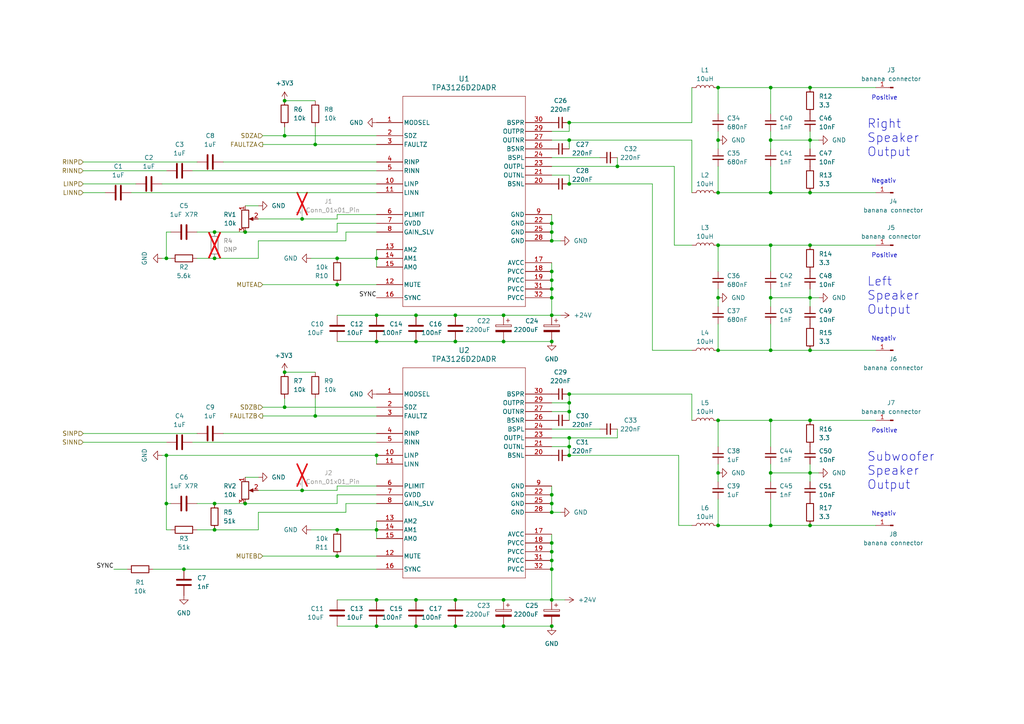
<source format=kicad_sch>
(kicad_sch (version 20231120) (generator "eeschema") (generator_version "8.0")
  (paper "A4")
  (lib_symbols
    (symbol "Endstufe:+24V" (power) (pin_names (offset 0))
      (property "Value" "+24V" (at 0 3.556 0))
      (symbol "+24V_1_1"
        (pin power_in line (at 0 0 90) (length 0) hide (name "+24V") (number "1"))
      )
    )
    (symbol "Endstufe:+3V3" (power) (pin_names (offset 0))
      (property "Value" "+3V3" (at 0 3.556 0))
      (symbol "+3V3_1_1"
        (pin power_in line (at 0 0 90) (length 0) hide (name "+3V3") (number "1"))
      )
    )
    (symbol "Endstufe:C" (pin_numbers hide) (pin_names (offset 0.254))
      (property "Reference" "C" (at 0.635 2.54 0))
      (property "Value" "C" (at 0.635 -2.54 0))
      (symbol "C_1_1"
        (pin passive line (at 0 3.81 270) (length 2.794) (name "~") (number "1"))
        (pin passive line (at 0 -3.81 90) (length 2.794) (name "~") (number "2"))
      )
    )
    (symbol "Endstufe:C_Polarized" (pin_numbers hide) (pin_names (offset 0.254))
      (property "Reference" "C" (at 0.635 2.54 0))
      (property "Value" "C_Polarized" (at 0.635 -2.54 0))
      (symbol "C_Polarized_1_1"
        (pin passive line (at 0 3.81 270) (length 2.794) (name "~") (number "1"))
        (pin passive line (at 0 -3.81 90) (length 2.794) (name "~") (number "2"))
      )
    )
    (symbol "Endstufe:C_Small" (pin_numbers hide) (pin_names (offset 0.254) hide)
      (property "Reference" "C" (at 0.254 1.778 0))
      (property "Value" "C_Small" (at 0.254 -2.032 0))
      (symbol "C_Small_1_1"
        (pin passive line (at 0 2.54 270) (length 2.032) (name "~") (number "1"))
        (pin passive line (at 0 -2.54 90) (length 2.032) (name "~") (number "2"))
      )
    )
    (symbol "Endstufe:Conn_01x01_Pin" (pin_names (offset 1.016) hide)
      (property "Reference" "J" (at 0 2.54 0))
      (property "Value" "Conn_01x01_Pin" (at 0 -2.54 0))
      (symbol "Conn_01x01_Pin_1_1"
        (pin passive line (at 5.08 0 180) (length 3.81) (name "Pin_1") (number "1"))
      )
    )
    (symbol "Endstufe:GND" (power) (pin_names (offset 0))
      (property "Value" "GND" (at 0 -3.81 0))
      (symbol "GND_1_1"
        (pin power_in line (at 0 0 270) (length 0) hide (name "GND") (number "1"))
      )
    )
    (symbol "Endstufe:L" (pin_numbers hide) (pin_names (offset 1.016) hide)
      (property "Reference" "L" (at -1.27 0 90))
      (property "Value" "L" (at 1.905 0 90))
      (symbol "L_1_1"
        (pin passive line (at 0 3.81 270) (length 1.27) (name "1") (number "1"))
        (pin passive line (at 0 -3.81 90) (length 1.27) (name "2") (number "2"))
      )
    )
    (symbol "Endstufe:R" (pin_numbers hide) (pin_names (offset 0))
      (property "Reference" "R" (at 2.032 0 90))
      (property "Value" "R" (at 0 0 90))
      (symbol "R_1_1"
        (pin passive line (at 0 3.81 270) (length 1.27) (name "~") (number "1"))
        (pin passive line (at 0 -3.81 90) (length 1.27) (name "~") (number "2"))
      )
    )
    (symbol "Endstufe:R_Potentiometer" (pin_names (offset 1.016) hide)
      (property "Reference" "RV" (at -4.445 0 90))
      (property "Value" "R_Potentiometer" (at -2.54 0 90))
      (symbol "R_Potentiometer_1_1"
        (pin passive line (at 0 3.81 270) (length 1.27) (name "1") (number "1"))
        (pin passive line (at 3.81 0 180) (length 1.27) (name "2") (number "2"))
        (pin passive line (at 0 -3.81 90) (length 1.27) (name "3") (number "3"))
      )
    )
    (symbol "Endstufe:TPA3116D2DADR" (pin_names (offset 0.254))
      (property "Reference" "U" (at 25.4 12.7 0))
      (property "Value" "TPA3116D2DADR" (at 25.4 10.16 0))
      (symbol "TPA3116D2DADR_1_1"
        (pin input line (at 0 0 0) (length 7.62) (name "MODSEL") (number "1"))
        (pin input line (at 0 -17.78 0) (length 7.62) (name "LINP") (number "10"))
        (pin input line (at 0 -20.32 0) (length 7.62) (name "LINN") (number "11"))
        (pin input line (at 0 -46.99 0) (length 7.62) (name "MUTE") (number "12"))
        (pin input line (at 0 -36.83 0) (length 7.62) (name "AM2") (number "13"))
        (pin input line (at 0 -39.37 0) (length 7.62) (name "AM1") (number "14"))
        (pin input line (at 0 -41.91 0) (length 7.62) (name "AM0") (number "15"))
        (pin bidirectional line (at 0 -50.8 0) (length 7.62) (name "SYNC") (number "16"))
        (pin power_in line (at 50.8 -40.64 180) (length 7.62) (name "AVCC") (number "17"))
        (pin power_in line (at 50.8 -43.18 180) (length 7.62) (name "PVCC") (number "18"))
        (pin power_in line (at 50.8 -45.72 180) (length 7.62) (name "PVCC") (number "19"))
        (pin input line (at 0 -3.81 0) (length 7.62) (name "SDZ") (number "2"))
        (pin unspecified line (at 50.8 -17.78 180) (length 7.62) (name "BSNL") (number "20"))
        (pin tri_state line (at 50.8 -15.24 180) (length 7.62) (name "OUTNL") (number "21"))
        (pin power_in line (at 50.8 -29.21 180) (length 7.62) (name "GND") (number "22"))
        (pin tri_state line (at 50.8 -12.7 180) (length 7.62) (name "OUTPL") (number "23"))
        (pin unspecified line (at 50.8 -10.16 180) (length 7.62) (name "BSPL") (number "24"))
        (pin power_in line (at 50.8 -31.75 180) (length 7.62) (name "GND") (number "25"))
        (pin unspecified line (at 50.8 -7.62 180) (length 7.62) (name "BSNR") (number "26"))
        (pin tri_state line (at 50.8 -5.08 180) (length 7.62) (name "OUTNR") (number "27"))
        (pin power_in line (at 50.8 -34.29 180) (length 7.62) (name "GND") (number "28"))
        (pin tri_state line (at 50.8 -2.54 180) (length 7.62) (name "OUTPR") (number "29"))
        (pin open_collector line (at 0 -6.35 0) (length 7.62) (name "FAULTZ") (number "3"))
        (pin unspecified line (at 50.8 0 180) (length 7.62) (name "BSPR") (number "30"))
        (pin power_in line (at 50.8 -48.26 180) (length 7.62) (name "PVCC") (number "31"))
        (pin power_in line (at 50.8 -50.8 180) (length 7.62) (name "PVCC") (number "32"))
        (pin input line (at 0 -11.43 0) (length 7.62) (name "RINP") (number "4"))
        (pin input line (at 0 -13.97 0) (length 7.62) (name "RINN") (number "5"))
        (pin input line (at 0 -26.67 0) (length 7.62) (name "PLIMIT") (number "6"))
        (pin unspecified line (at 0 -29.21 0) (length 7.62) (name "GVDD") (number "7"))
        (pin input line (at 0 -31.75 0) (length 7.62) (name "GAIN_SLV") (number "8"))
        (pin power_in line (at 50.8 -26.67 180) (length 7.62) (name "GND") (number "9"))
      )
    )
    (symbol "TPA3116D2DADR_1" (pin_names (offset 0.254))
      (property "Reference" "U" (at 25.4 12.7 0))
      (property "Value" "TPA3116D2DADR" (at 25.4 10.16 0))
      (symbol "TPA3116D2DADR_1_1_1"
        (pin input line (at 0 0 0) (length 7.62) (name "MODSEL") (number "1"))
        (pin input line (at 0 -17.78 0) (length 7.62) (name "LINP") (number "10"))
        (pin input line (at 0 -20.32 0) (length 7.62) (name "LINN") (number "11"))
        (pin input line (at 0 -46.99 0) (length 7.62) (name "MUTE") (number "12"))
        (pin input line (at 0 -36.83 0) (length 7.62) (name "AM2") (number "13"))
        (pin input line (at 0 -39.37 0) (length 7.62) (name "AM1") (number "14"))
        (pin input line (at 0 -41.91 0) (length 7.62) (name "AM0") (number "15"))
        (pin bidirectional line (at 0 -50.8 0) (length 7.62) (name "SYNC") (number "16"))
        (pin power_in line (at 50.8 -40.64 180) (length 7.62) (name "AVCC") (number "17"))
        (pin power_in line (at 50.8 -43.18 180) (length 7.62) (name "PVCC") (number "18"))
        (pin power_in line (at 50.8 -45.72 180) (length 7.62) (name "PVCC") (number "19"))
        (pin input line (at 0 -3.81 0) (length 7.62) (name "SDZ") (number "2"))
        (pin unspecified line (at 50.8 -17.78 180) (length 7.62) (name "BSNL") (number "20"))
        (pin tri_state line (at 50.8 -15.24 180) (length 7.62) (name "OUTNL") (number "21"))
        (pin power_in line (at 50.8 -29.21 180) (length 7.62) (name "GND") (number "22"))
        (pin tri_state line (at 50.8 -12.7 180) (length 7.62) (name "OUTPL") (number "23"))
        (pin unspecified line (at 50.8 -10.16 180) (length 7.62) (name "BSPL") (number "24"))
        (pin power_in line (at 50.8 -31.75 180) (length 7.62) (name "GND") (number "25"))
        (pin unspecified line (at 50.8 -7.62 180) (length 7.62) (name "BSNR") (number "26"))
        (pin tri_state line (at 50.8 -5.08 180) (length 7.62) (name "OUTNR") (number "27"))
        (pin power_in line (at 50.8 -34.29 180) (length 7.62) (name "GND") (number "28"))
        (pin tri_state line (at 50.8 -2.54 180) (length 7.62) (name "OUTPR") (number "29"))
        (pin open_collector line (at 0 -6.35 0) (length 7.62) (name "FAULTZ") (number "3"))
        (pin unspecified line (at 50.8 0 180) (length 7.62) (name "BSPR") (number "30"))
        (pin power_in line (at 50.8 -48.26 180) (length 7.62) (name "PVCC") (number "31"))
        (pin power_in line (at 50.8 -50.8 180) (length 7.62) (name "PVCC") (number "32"))
        (pin input line (at 0 -11.43 0) (length 7.62) (name "RINP") (number "4"))
        (pin input line (at 0 -13.97 0) (length 7.62) (name "RINN") (number "5"))
        (pin input line (at 0 -26.67 0) (length 7.62) (name "PLIMIT") (number "6"))
        (pin unspecified line (at 0 -29.21 0) (length 7.62) (name "GVDD") (number "7"))
        (pin input line (at 0 -31.75 0) (length 7.62) (name "GAIN_SLV") (number "8"))
        (pin power_in line (at 50.8 -26.67 180) (length 7.62) (name "GND") (number "9"))
      )
    )
  )
  (junction (at 146.05 181.61))
  (junction (at 223.52 25.4))
  (junction (at 120.65 99.06))
  (junction (at 132.08 99.06))
  (junction (at 62.23 67.31))
  (junction (at 208.28 137.16))
  (junction (at 160.02 146.05))
  (junction (at 208.28 101.6))
  (junction (at 165.1 127))
  (junction (at 62.23 146.05))
  (junction (at 109.22 173.99))
  (junction (at 97.79 161.29))
  (junction (at 109.22 74.93))
  (junction (at 97.79 153.67))
  (junction (at 82.55 29.21))
  (junction (at 62.23 74.93))
  (junction (at 132.08 181.61))
  (junction (at 234.95 25.4))
  (junction (at 109.22 153.67))
  (junction (at 132.08 91.44))
  (junction (at 48.26 74.93))
  (junction (at 71.12 146.05))
  (junction (at 160.02 162.56))
  (junction (at 208.28 40.64))
  (junction (at 234.95 55.88))
  (junction (at 208.28 71.12))
  (junction (at 109.22 91.44))
  (junction (at 109.22 99.06))
  (junction (at 165.1 129.54))
  (junction (at 82.55 107.95))
  (junction (at 48.26 132.08))
  (junction (at 165.1 132.08))
  (junction (at 165.1 119.38))
  (junction (at 160.02 67.31))
  (junction (at 165.1 116.84))
  (junction (at 208.28 86.36))
  (junction (at 208.28 152.4))
  (junction (at 87.63 142.24))
  (junction (at 48.26 146.05))
  (junction (at 179.07 48.26))
  (junction (at 234.95 71.12))
  (junction (at 165.1 35.56))
  (junction (at 160.02 157.48))
  (junction (at 223.52 121.92))
  (junction (at 120.65 173.99))
  (junction (at 120.65 91.44))
  (junction (at 234.95 101.6))
  (junction (at 146.05 173.99))
  (junction (at 82.55 118.11))
  (junction (at 160.02 99.06))
  (junction (at 160.02 81.28))
  (junction (at 71.12 67.31))
  (junction (at 160.02 91.44))
  (junction (at 97.79 82.55))
  (junction (at 208.28 121.92))
  (junction (at 208.28 55.88))
  (junction (at 160.02 69.85))
  (junction (at 234.95 86.36))
  (junction (at 165.1 114.3))
  (junction (at 109.22 181.61))
  (junction (at 160.02 143.51))
  (junction (at 160.02 181.61))
  (junction (at 109.22 132.08))
  (junction (at 160.02 83.82))
  (junction (at 62.23 153.67))
  (junction (at 234.95 152.4))
  (junction (at 165.1 53.34))
  (junction (at 160.02 64.77))
  (junction (at 223.52 137.16))
  (junction (at 146.05 91.44))
  (junction (at 53.34 165.1))
  (junction (at 223.52 152.4))
  (junction (at 223.52 71.12))
  (junction (at 160.02 86.36))
  (junction (at 82.55 39.37))
  (junction (at 97.79 74.93))
  (junction (at 132.08 173.99))
  (junction (at 120.65 181.61))
  (junction (at 223.52 86.36))
  (junction (at 165.1 40.64))
  (junction (at 234.95 137.16))
  (junction (at 146.05 99.06))
  (junction (at 234.95 40.64))
  (junction (at 91.44 120.65))
  (junction (at 234.95 121.92))
  (junction (at 223.52 101.6))
  (junction (at 91.44 41.91))
  (junction (at 87.63 63.5))
  (junction (at 160.02 173.99))
  (junction (at 160.02 160.02))
  (junction (at 160.02 165.1))
  (junction (at 223.52 40.64))
  (junction (at 160.02 78.74))
  (junction (at 160.02 148.59))
  (junction (at 223.52 55.88))
  (junction (at 208.28 25.4))
  (wire (pts (xy 48.26 153.67) (xy 49.53 153.67)))
  (wire (pts (xy 44.45 165.1) (xy 53.34 165.1)))
  (wire (pts (xy 24.13 53.34) (xy 39.37 53.34)))
  (wire (pts (xy 97.79 146.05) (xy 97.79 143.51)))
  (wire (pts (xy 223.52 93.98) (xy 223.52 101.6)))
  (wire (pts (xy 82.55 107.95) (xy 91.44 107.95)))
  (wire (pts (xy 132.08 99.06) (xy 146.05 99.06)))
  (wire (pts (xy 120.65 91.44) (xy 132.08 91.44)))
  (wire (pts (xy 97.79 173.99) (xy 109.22 173.99)))
  (wire (pts (xy 132.08 181.61) (xy 120.65 181.61)))
  (wire (pts (xy 160.02 86.36) (xy 160.02 91.44)))
  (wire (pts (xy 196.85 152.4) (xy 200.66 152.4)))
  (wire (pts (xy 97.79 82.55) (xy 109.22 82.55)))
  (wire (pts (xy 208.28 137.16) (xy 208.28 139.7)))
  (wire (pts (xy 165.1 50.8) (xy 165.1 53.34)))
  (wire (pts (xy 160.02 165.1) (xy 160.02 173.99)))
  (wire (pts (xy 100.33 67.31) (xy 100.33 69.85)))
  (wire (pts (xy 208.28 71.12) (xy 223.52 71.12)))
  (wire (pts (xy 223.52 134.62) (xy 223.52 137.16)))
  (wire (pts (xy 165.1 119.38) (xy 165.1 121.92)))
  (wire (pts (xy 132.08 91.44) (xy 146.05 91.44)))
  (wire (pts (xy 33.02 165.1) (xy 36.83 165.1)))
  (wire (pts (xy 91.44 120.65) (xy 109.22 120.65)))
  (wire (pts (xy 24.13 128.27) (xy 48.26 128.27)))
  (wire (pts (xy 109.22 146.05) (xy 100.33 146.05)))
  (wire (pts (xy 82.55 39.37) (xy 109.22 39.37)))
  (wire (pts (xy 160.02 81.28) (xy 160.02 83.82)))
  (wire (pts (xy 97.79 153.67) (xy 109.22 153.67)))
  (wire (pts (xy 208.28 101.6) (xy 208.28 93.98)))
  (wire (pts (xy 71.12 67.31) (xy 97.79 67.31)))
  (wire (pts (xy 165.1 38.1) (xy 165.1 35.56)))
  (wire (pts (xy 57.15 146.05) (xy 62.23 146.05)))
  (wire (pts (xy 160.02 124.46) (xy 173.99 124.46)))
  (wire (pts (xy 160.02 143.51) (xy 160.02 146.05)))
  (wire (pts (xy 179.07 124.46) (xy 179.07 127)))
  (wire (pts (xy 208.28 38.1) (xy 208.28 40.64)))
  (wire (pts (xy 223.52 101.6) (xy 234.95 101.6)))
  (wire (pts (xy 57.15 67.31) (xy 62.23 67.31)))
  (wire (pts (xy 48.26 67.31) (xy 49.53 67.31)))
  (wire (pts (xy 74.93 59.69) (xy 71.12 59.69)))
  (wire (pts (xy 234.95 137.16) (xy 234.95 139.7)))
  (wire (pts (xy 76.2 120.65) (xy 91.44 120.65)))
  (wire (pts (xy 223.52 25.4) (xy 223.52 33.02)))
  (wire (pts (xy 196.85 132.08) (xy 196.85 152.4)))
  (wire (pts (xy 208.28 86.36) (xy 208.28 88.9)))
  (wire (pts (xy 223.52 121.92) (xy 234.95 121.92)))
  (wire (pts (xy 200.66 114.3) (xy 165.1 114.3)))
  (wire (pts (xy 223.52 40.64) (xy 223.52 43.18)))
  (wire (pts (xy 100.33 148.59) (xy 74.93 148.59)))
  (wire (pts (xy 165.1 116.84) (xy 165.1 114.3)))
  (wire (pts (xy 223.52 71.12) (xy 234.95 71.12)))
  (wire (pts (xy 223.52 86.36) (xy 223.52 88.9)))
  (wire (pts (xy 208.28 83.82) (xy 208.28 86.36)))
  (wire (pts (xy 109.22 67.31) (xy 100.33 67.31)))
  (wire (pts (xy 223.52 86.36) (xy 234.95 86.36)))
  (wire (pts (xy 208.28 152.4) (xy 223.52 152.4)))
  (wire (pts (xy 160.02 162.56) (xy 160.02 165.1)))
  (wire (pts (xy 234.95 86.36) (xy 237.49 86.36)))
  (wire (pts (xy 97.79 67.31) (xy 97.79 64.77)))
  (wire (pts (xy 163.83 173.99) (xy 160.02 173.99)))
  (wire (pts (xy 195.58 48.26) (xy 195.58 71.12)))
  (wire (pts (xy 109.22 99.06) (xy 97.79 99.06)))
  (wire (pts (xy 160.02 76.2) (xy 160.02 78.74)))
  (wire (pts (xy 160.02 83.82) (xy 160.02 86.36)))
  (wire (pts (xy 223.52 55.88) (xy 234.95 55.88)))
  (wire (pts (xy 82.55 29.21) (xy 91.44 29.21)))
  (wire (pts (xy 109.22 91.44) (xy 120.65 91.44)))
  (wire (pts (xy 160.02 45.72) (xy 173.99 45.72)))
  (wire (pts (xy 160.02 64.77) (xy 160.02 67.31)))
  (wire (pts (xy 76.2 39.37) (xy 82.55 39.37)))
  (wire (pts (xy 160.02 181.61) (xy 146.05 181.61)))
  (wire (pts (xy 53.34 165.1) (xy 109.22 165.1)))
  (wire (pts (xy 120.65 99.06) (xy 132.08 99.06)))
  (wire (pts (xy 162.56 91.44) (xy 160.02 91.44)))
  (wire (pts (xy 97.79 161.29) (xy 109.22 161.29)))
  (wire (pts (xy 208.28 55.88) (xy 208.28 48.26)))
  (wire (pts (xy 74.93 69.85) (xy 74.93 74.93)))
  (wire (pts (xy 200.66 25.4) (xy 200.66 35.56)))
  (wire (pts (xy 234.95 86.36) (xy 234.95 88.9)))
  (wire (pts (xy 24.13 125.73) (xy 57.15 125.73)))
  (wire (pts (xy 234.95 137.16) (xy 237.49 137.16)))
  (wire (pts (xy 160.02 157.48) (xy 160.02 160.02)))
  (wire (pts (xy 91.44 36.83) (xy 91.44 41.91)))
  (wire (pts (xy 234.95 71.12) (xy 254 71.12)))
  (wire (pts (xy 162.56 148.59) (xy 160.02 148.59)))
  (wire (pts (xy 200.66 114.3) (xy 200.66 121.92)))
  (wire (pts (xy 87.63 142.24) (xy 97.79 142.24)))
  (wire (pts (xy 132.08 173.99) (xy 120.65 173.99)))
  (wire (pts (xy 160.02 78.74) (xy 160.02 81.28)))
  (wire (pts (xy 76.2 41.91) (xy 91.44 41.91)))
  (wire (pts (xy 165.1 40.64) (xy 200.66 40.64)))
  (wire (pts (xy 48.26 67.31) (xy 48.26 74.93)))
  (wire (pts (xy 162.56 69.85) (xy 160.02 69.85)))
  (wire (pts (xy 48.26 74.93) (xy 49.53 74.93)))
  (wire (pts (xy 165.1 127) (xy 179.07 127)))
  (wire (pts (xy 195.58 71.12) (xy 200.66 71.12)))
  (wire (pts (xy 208.28 121.92) (xy 208.28 129.54)))
  (wire (pts (xy 223.52 152.4) (xy 234.95 152.4)))
  (wire (pts (xy 132.08 173.99) (xy 146.05 173.99)))
  (wire (pts (xy 179.07 48.26) (xy 195.58 48.26)))
  (wire (pts (xy 97.79 74.93) (xy 90.17 74.93)))
  (wire (pts (xy 234.95 83.82) (xy 234.95 86.36)))
  (wire (pts (xy 62.23 74.93) (xy 74.93 74.93)))
  (wire (pts (xy 208.28 121.92) (xy 223.52 121.92)))
  (wire (pts (xy 74.93 63.5) (xy 87.63 63.5)))
  (wire (pts (xy 62.23 67.31) (xy 71.12 67.31)))
  (wire (pts (xy 160.02 173.99) (xy 146.05 173.99)))
  (wire (pts (xy 97.79 153.67) (xy 90.17 153.67)))
  (wire (pts (xy 87.63 63.5) (xy 97.79 63.5)))
  (wire (pts (xy 160.02 99.06) (xy 146.05 99.06)))
  (wire (pts (xy 160.02 38.1) (xy 165.1 38.1)))
  (wire (pts (xy 208.28 134.62) (xy 208.28 137.16)))
  (wire (pts (xy 97.79 143.51) (xy 109.22 143.51)))
  (wire (pts (xy 48.26 146.05) (xy 48.26 153.67)))
  (wire (pts (xy 97.79 142.24) (xy 97.79 140.97)))
  (wire (pts (xy 109.22 72.39) (xy 109.22 74.93)))
  (wire (pts (xy 74.93 138.43) (xy 71.12 138.43)))
  (wire (pts (xy 160.02 48.26) (xy 179.07 48.26)))
  (wire (pts (xy 82.55 118.11) (xy 109.22 118.11)))
  (wire (pts (xy 109.22 132.08) (xy 109.22 134.62)))
  (wire (pts (xy 74.93 148.59) (xy 74.93 153.67)))
  (wire (pts (xy 76.2 161.29) (xy 97.79 161.29)))
  (wire (pts (xy 91.44 41.91) (xy 109.22 41.91)))
  (wire (pts (xy 223.52 121.92) (xy 223.52 129.54)))
  (wire (pts (xy 64.77 125.73) (xy 109.22 125.73)))
  (wire (pts (xy 234.95 38.1) (xy 234.95 40.64)))
  (wire (pts (xy 55.88 128.27) (xy 109.22 128.27)))
  (wire (pts (xy 189.23 101.6) (xy 200.66 101.6)))
  (wire (pts (xy 48.26 132.08) (xy 109.22 132.08)))
  (wire (pts (xy 208.28 25.4) (xy 208.28 33.02)))
  (wire (pts (xy 200.66 35.56) (xy 165.1 35.56)))
  (wire (pts (xy 38.1 55.88) (xy 109.22 55.88)))
  (wire (pts (xy 24.13 49.53) (xy 48.26 49.53)))
  (wire (pts (xy 57.15 153.67) (xy 62.23 153.67)))
  (wire (pts (xy 76.2 118.11) (xy 82.55 118.11)))
  (wire (pts (xy 91.44 115.57) (xy 91.44 120.65)))
  (wire (pts (xy 165.1 127) (xy 165.1 129.54)))
  (wire (pts (xy 165.1 129.54) (xy 160.02 129.54)))
  (wire (pts (xy 165.1 129.54) (xy 165.1 132.08)))
  (wire (pts (xy 189.23 53.34) (xy 189.23 101.6)))
  (wire (pts (xy 97.79 63.5) (xy 97.79 62.23)))
  (wire (pts (xy 165.1 127) (xy 160.02 127)))
  (wire (pts (xy 62.23 153.67) (xy 74.93 153.67)))
  (wire (pts (xy 120.65 181.61) (xy 109.22 181.61)))
  (wire (pts (xy 234.95 40.64) (xy 237.49 40.64)))
  (wire (pts (xy 109.22 74.93) (xy 109.22 77.47)))
  (wire (pts (xy 208.28 152.4) (xy 208.28 144.78)))
  (wire (pts (xy 234.95 55.88) (xy 254 55.88)))
  (wire (pts (xy 223.52 38.1) (xy 223.52 40.64)))
  (wire (pts (xy 165.1 132.08) (xy 196.85 132.08)))
  (wire (pts (xy 160.02 146.05) (xy 160.02 148.59)))
  (wire (pts (xy 71.12 146.05) (xy 97.79 146.05)))
  (wire (pts (xy 109.22 153.67) (xy 109.22 156.21)))
  (wire (pts (xy 74.93 142.24) (xy 87.63 142.24)))
  (wire (pts (xy 46.99 74.93) (xy 48.26 74.93)))
  (wire (pts (xy 234.95 101.6) (xy 254 101.6)))
  (wire (pts (xy 234.95 121.92) (xy 254 121.92)))
  (wire (pts (xy 160.02 62.23) (xy 160.02 64.77)))
  (wire (pts (xy 46.99 132.08) (xy 48.26 132.08)))
  (wire (pts (xy 132.08 181.61) (xy 146.05 181.61)))
  (wire (pts (xy 48.26 132.08) (xy 48.26 146.05)))
  (wire (pts (xy 82.55 36.83) (xy 82.55 39.37)))
  (wire (pts (xy 24.13 46.99) (xy 57.15 46.99)))
  (wire (pts (xy 160.02 154.94) (xy 160.02 157.48)))
  (wire (pts (xy 160.02 140.97) (xy 160.02 143.51)))
  (wire (pts (xy 76.2 82.55) (xy 97.79 82.55)))
  (wire (pts (xy 160.02 50.8) (xy 165.1 50.8)))
  (wire (pts (xy 208.28 71.12) (xy 208.28 78.74)))
  (wire (pts (xy 109.22 151.13) (xy 109.22 153.67)))
  (wire (pts (xy 234.95 152.4) (xy 254 152.4)))
  (wire (pts (xy 97.79 140.97) (xy 109.22 140.97)))
  (wire (pts (xy 160.02 119.38) (xy 165.1 119.38)))
  (wire (pts (xy 160.02 116.84) (xy 165.1 116.84)))
  (wire (pts (xy 160.02 91.44) (xy 146.05 91.44)))
  (wire (pts (xy 223.52 137.16) (xy 234.95 137.16)))
  (wire (pts (xy 223.52 48.26) (xy 223.52 55.88)))
  (wire (pts (xy 165.1 40.64) (xy 165.1 43.18)))
  (wire (pts (xy 64.77 46.99) (xy 109.22 46.99)))
  (wire (pts (xy 97.79 74.93) (xy 109.22 74.93)))
  (wire (pts (xy 165.1 53.34) (xy 189.23 53.34)))
  (wire (pts (xy 100.33 69.85) (xy 74.93 69.85)))
  (wire (pts (xy 82.55 115.57) (xy 82.55 118.11)))
  (wire (pts (xy 97.79 62.23) (xy 109.22 62.23)))
  (wire (pts (xy 24.13 55.88) (xy 30.48 55.88)))
  (wire (pts (xy 165.1 116.84) (xy 165.1 119.38)))
  (wire (pts (xy 55.88 49.53) (xy 109.22 49.53)))
  (wire (pts (xy 223.52 25.4) (xy 234.95 25.4)))
  (wire (pts (xy 208.28 40.64) (xy 208.28 43.18)))
  (wire (pts (xy 62.23 146.05) (xy 71.12 146.05)))
  (wire (pts (xy 234.95 40.64) (xy 234.95 43.18)))
  (wire (pts (xy 234.95 25.4) (xy 254 25.4)))
  (wire (pts (xy 223.52 40.64) (xy 234.95 40.64)))
  (wire (pts (xy 48.26 146.05) (xy 49.53 146.05)))
  (wire (pts (xy 109.22 91.44) (xy 97.79 91.44)))
  (wire (pts (xy 100.33 146.05) (xy 100.33 148.59)))
  (wire (pts (xy 234.95 134.62) (xy 234.95 137.16)))
  (wire (pts (xy 223.52 71.12) (xy 223.52 78.74)))
  (wire (pts (xy 120.65 173.99) (xy 109.22 173.99)))
  (wire (pts (xy 57.15 74.93) (xy 62.23 74.93)))
  (wire (pts (xy 223.52 137.16) (xy 223.52 139.7)))
  (wire (pts (xy 97.79 181.61) (xy 109.22 181.61)))
  (wire (pts (xy 160.02 67.31) (xy 160.02 69.85)))
  (wire (pts (xy 223.52 144.78) (xy 223.52 152.4)))
  (wire (pts (xy 179.07 45.72) (xy 179.07 48.26)))
  (wire (pts (xy 208.28 101.6) (xy 223.52 101.6)))
  (wire (pts (xy 46.99 53.34) (xy 109.22 53.34)))
  (wire (pts (xy 208.28 25.4) (xy 223.52 25.4)))
  (wire (pts (xy 208.28 55.88) (xy 223.52 55.88)))
  (wire (pts (xy 109.22 99.06) (xy 120.65 99.06)))
  (wire (pts (xy 200.66 40.64) (xy 200.66 55.88)))
  (wire (pts (xy 160.02 160.02) (xy 160.02 162.56)))
  (wire (pts (xy 223.52 83.82) (xy 223.52 86.36)))
  (wire (pts (xy 97.79 64.77) (xy 109.22 64.77)))
  (wire (pts (xy 160.02 40.64) (xy 165.1 40.64)))
  (text "Positive" (at 252.73 29.21 0) (effects (font (size 1.27 1.27)) (justify left bottom)))
  (text "Negativ" (at 252.73 149.86 0) (effects (font (size 1.27 1.27)) (justify left bottom)))
  (text "Negativ" (at 252.73 99.06 0) (effects (font (size 1.27 1.27)) (justify left bottom)))
  (text "Subwoofer \nSpeaker \nOutput" (at 251.46 142.24 0) (effects (font (size 2.54 2.54)) (justify left bottom)))
  (text "Positive" (at 252.73 74.93 0) (effects (font (size 1.27 1.27)) (justify left bottom)))
  (text "Right \nSpeaker \nOutput" (at 251.46 45.72 0) (effects (font (size 2.54 2.54)) (justify left bottom)))
  (text "Left \nSpeaker \nOutput" (at 251.46 91.44 0) (effects (font (size 2.54 2.54)) (justify left bottom)))
  (text "Negativ" (at 252.73 53.34 0) (effects (font (size 1.27 1.27)) (justify left bottom)))
  (text "Positive" (at 252.73 125.73 0) (effects (font (size 1.27 1.27)) (justify left bottom)))
  (label "SYNC" (at 33.02 165.1 180))
  (label "SYNC" (at 109.22 86.36 180))
  (hierarchical_label "LINN" (shape input) (at 24.13 55.88 180))
  (hierarchical_label "SINN" (shape input) (at 24.13 128.27 180))
  (hierarchical_label "SINP" (shape input) (at 24.13 125.73 180))
  (hierarchical_label "RINP" (shape input) (at 24.13 46.99 180))
  (hierarchical_label "FAULTZA" (shape output) (at 76.2 41.91 180))
  (hierarchical_label "MUTEA" (shape input) (at 76.2 82.55 180))
  (hierarchical_label "RINN" (shape input) (at 24.13 49.53 180))
  (hierarchical_label "MUTEB" (shape input) (at 76.2 161.29 180))
  (hierarchical_label "SDZA" (shape input) (at 76.2 39.37 180))
  (hierarchical_label "FAULTZB" (shape output) (at 76.2 120.65 180))
  (hierarchical_label "SDZB" (shape input) (at 76.2 118.11 180))
  (hierarchical_label "LINP" (shape input) (at 24.13 53.34 180))
  (symbol (lib_id "Endstufe:R") (at 62.23 149.86 0) (unit 1)
    (property "Reference" "R5" (at 64.77 148.59 0) (effects (justify left)))
    (property "Value" "51k" (at 64.77 151.13 0) (effects (justify left)))
    (property "Footprint" "Endstufe:R_0402_1005Metric" (effects (hide yes)))
    (property "LCSC Part #" "C25794" (effects (hide yes)))
  )
  (symbol (lib_id "Endstufe:C") (at 60.96 125.73 90) (unit 1)
    (property "Reference" "C9" (at 60.96 118.11 90))
    (property "Value" "1uF" (at 60.96 120.65 90))
    (property "Footprint" "Endstufe:C_0805_2012Metric" (effects (hide yes)))
    (property "LCSC Part #" "C28323" (effects (hide yes)))
  )
  (symbol (lib_id "Endstufe:C_Small") (at 208.28 132.08 0) (unit 1)
    (property "Reference" "C38" (at 210.82 130.8163 0) (effects (justify left)))
    (property "Value" "1uF" (at 210.82 133.3563 0) (effects (justify left)))
    (property "Footprint" "Endstufe:C_0805_2012Metric" (effects (hide yes)))
    (property "LCSC Part #" "C28323" (effects (hide yes)))
  )
  (symbol (lib_id "Endstufe:C") (at 132.08 177.8 0) (mirror y) (unit 1)
    (property "Reference" "C17" (at 128.27 176.53 0) (effects (justify left)))
    (property "Value" "100nF" (at 128.27 179.07 0) (effects (justify left)))
    (property "Footprint" "Endstufe:C_0402_1005Metric" (effects (hide yes)))
    (property "LCSC Part #" "C307331" (effects (hide yes)))
  )
  (symbol (lib_id "Endstufe:Conn_01x01_Pin") (at 259.08 101.6 180) (unit 1)
    (property "Reference" "J6" (at 259.08 104.14 0))
    (property "Value" "banana connector" (at 259.08 106.68 0))
    (property "Footprint" "Endstufe:CONN_973582100_HRS" (effects (hide yes)))
    (property "LCSC Part #" "-" (effects (hide yes)))
  )
  (symbol (lib_id "Endstufe:C_Small") (at 234.95 132.08 0) (unit 1)
    (property "Reference" "C50" (at 237.49 130.8163 0) (effects (justify left)))
    (property "Value" "10nF" (at 237.49 133.3563 0) (effects (justify left)))
    (property "Footprint" "Endstufe:C_1206_3216Metric" (effects (hide yes)))
    (property "LCSC Part #" "C9194" (effects (hide yes)))
  )
  (symbol (lib_id "Endstufe:Conn_01x01_Pin") (at 87.63 137.16 270) (unit 1) (dnp yes)
    (property "Reference" "J2" (at 95.25 137.16 90))
    (property "Value" "Conn_01x01_Pin" (at 96.52 139.7 90))
    (property "Footprint" "Endstufe:PinHeader_1x01_P2.54mm_Vertical" (effects (hide yes)))
    (property "LCSC Part #" "-" (effects (hide yes)))
  )
  (symbol (lib_id "Endstufe:GND") (at 90.17 153.67 270) (unit 1)
    (property "Reference" "#PWR09" (effects (hide yes)))
    (property "Value" "GND" (at 86.36 153.67 90) (effects (justify right)))
  )
  (symbol (lib_id "Endstufe:R") (at 97.79 78.74 0) (unit 1)
    (property "Reference" "R10" (at 95.25 80.01 0) (effects (justify right)))
    (property "Value" "10k" (at 95.25 77.47 0) (effects (justify right)))
    (property "Footprint" "Endstufe:C_0402_1005Metric" (effects (hide yes)))
    (property "LCSC Part #" "C25744" (effects (hide yes)))
  )
  (symbol (lib_id "Endstufe:C_Small") (at 223.52 35.56 0) (unit 1)
    (property "Reference" "C40" (at 226.06 34.2963 0) (effects (justify left)))
    (property "Value" "1nF" (at 226.06 36.8363 0) (effects (justify left)))
    (property "Footprint" "Endstufe:C_1206_3216Metric" (effects (hide yes)))
    (property "LCSC Part #" "C5137603" (effects (hide yes)))
  )
  (symbol (lib_id "Endstufe:C_Polarized") (at 160.02 95.25 0) (mirror y) (unit 1)
    (property "Reference" "C24" (at 156.21 93.091 0) (effects (justify left)))
    (property "Value" "2200uF" (at 156.21 95.631 0) (effects (justify left)))
    (property "Footprint" "Endstufe:CP_Radial_D18.0mm_P7.50mm" (effects (hide yes)))
    (property "LCSC Part #" "C443034" (effects (hide yes)))
  )
  (symbol (lib_id "Endstufe:Conn_01x01_Pin") (at 87.63 58.42 270) (unit 1) (dnp yes)
    (property "Reference" "J1" (at 95.25 58.42 90))
    (property "Value" "Conn_01x01_Pin" (at 96.52 60.96 90))
    (property "Footprint" "Endstufe:PinHeader_1x01_P2.54mm_Vertical" (effects (hide yes)))
    (property "LCSC Part #" "-" (effects (hide yes)))
  )
  (symbol (lib_id "Endstufe:R") (at 82.55 111.76 180) (unit 1)
    (property "Reference" "R7" (at 85.09 110.49 0) (effects (justify right)))
    (property "Value" "10k" (at 85.09 113.03 0) (effects (justify right)))
    (property "Footprint" "Endstufe:C_0402_1005Metric" (effects (hide yes)))
    (property "LCSC Part #" "C25744" (effects (hide yes)))
  )
  (symbol (lib_id "Endstufe:R") (at 234.95 74.93 0) (unit 1)
    (property "Reference" "R14" (at 237.49 73.66 0) (effects (justify left)))
    (property "Value" "3.3" (at 237.49 76.2 0) (effects (justify left)))
    (property "Footprint" "Endstufe:R_1206_3216Metric" (effects (hide yes)))
    (property "LCSC Part #" "C2930397" (effects (hide yes)))
  )
  (symbol (lib_id "Endstufe:R_Potentiometer") (at 71.12 63.5 0) (unit 1)
    (property "Reference" "RV1" (at 68.58 62.23 0) (effects (justify right)))
    (property "Value" "10k" (at 68.58 64.77 0) (effects (justify right)))
    (property "Footprint" "Endstufe:Potentiometer_Bourns_3314G_Vertical" (effects (hide yes)))
    (property "LCSC Part #" "C780220" (effects (hide yes)))
  )
  (symbol (lib_id "Endstufe:C_Small") (at 234.95 35.56 0) (unit 1)
    (property "Reference" "C46" (at 237.49 34.2963 0) (effects (justify left)))
    (property "Value" "10nF" (at 237.49 36.8363 0) (effects (justify left)))
    (property "Footprint" "Endstufe:C_1206_3216Metric" (effects (hide yes)))
    (property "LCSC Part #" "C9194" (effects (hide yes)))
  )
  (symbol (lib_id "Endstufe:GND") (at 90.17 74.93 270) (unit 1)
    (property "Reference" "#PWR08" (effects (hide yes)))
    (property "Value" "GND" (at 86.36 74.93 90) (effects (justify right)))
  )
  (symbol (lib_id "Endstufe:C_Small") (at 176.53 45.72 90) (unit 1)
    (property "Reference" "C32" (at 182.88 43.18 90))
    (property "Value" "220nF" (at 182.88 45.72 90))
    (property "Footprint" "Endstufe:C_0805_2012Metric" (effects (hide yes)))
    (property "LCSC Part #" "C5378" (effects (hide yes)))
  )
  (symbol (lib_id "Endstufe:R") (at 234.95 52.07 0) (unit 1)
    (property "Reference" "R13" (at 237.49 50.8 0) (effects (justify left)))
    (property "Value" "3.3" (at 237.49 53.34 0) (effects (justify left)))
    (property "Footprint" "Endstufe:R_1206_3216Metric" (effects (hide yes)))
    (property "LCSC Part #" "C2930397" (effects (hide yes)))
  )
  (symbol (lib_id "Endstufe:C_Small") (at 223.52 142.24 0) (unit 1)
    (property "Reference" "C45" (at 226.06 140.9763 0) (effects (justify left)))
    (property "Value" "1nF" (at 226.06 143.5163 0) (effects (justify left)))
    (property "Footprint" "Endstufe:C_1206_3216Metric" (effects (hide yes)))
    (property "LCSC Part #" "C5137603" (effects (hide yes)))
  )
  (symbol (lib_id "Endstufe:C") (at 53.34 168.91 0) (unit 1)
    (property "Reference" "C7" (at 57.15 167.64 0) (effects (justify left)))
    (property "Value" "1nF" (at 57.15 170.18 0) (effects (justify left)))
    (property "Footprint" "Endstufe:C_1206_3216Metric" (effects (hide yes)))
    (property "LCSC Part #" "C5137603" (effects (hide yes)))
  )
  (symbol (lib_id "Endstufe:L") (at 204.47 25.4 90) (unit 1)
    (property "Reference" "L1" (at 204.47 20.32 90))
    (property "Value" "10uH" (at 204.47 22.86 90))
    (property "Footprint" "Endstufe:IND-SMD_L8.5-W8.0_PCC-M0854M" (effects (hide yes)))
    (property "LCSC Part #" "C2962885" (effects (hide yes)))
  )
  (symbol (lib_id "Endstufe:C") (at 120.65 95.25 0) (mirror y) (unit 1)
    (property "Reference" "C14" (at 116.84 93.98 0) (effects (justify left)))
    (property "Value" "100nF" (at 116.84 96.52 0) (effects (justify left)))
    (property "Footprint" "Endstufe:C_0402_1005Metric" (effects (hide yes)))
    (property "LCSC Part #" "C307331" (effects (hide yes)))
  )
  (symbol (lib_id "Endstufe:C_Small") (at 176.53 124.46 90) (unit 1)
    (property "Reference" "C33" (at 182.88 121.92 90))
    (property "Value" "220nF" (at 182.88 124.46 90))
    (property "Footprint" "Endstufe:C_0805_2012Metric" (effects (hide yes)))
    (property "LCSC Part #" "C5378" (effects (hide yes)))
  )
  (symbol (lib_id "Endstufe:C_Small") (at 223.52 132.08 0) (unit 1)
    (property "Reference" "C44" (at 226.06 130.8163 0) (effects (justify left)))
    (property "Value" "1nF" (at 226.06 133.3563 0) (effects (justify left)))
    (property "Footprint" "Endstufe:C_1206_3216Metric" (effects (hide yes)))
    (property "LCSC Part #" "C5137603" (effects (hide yes)))
  )
  (symbol (lib_id "Endstufe:GND") (at 109.22 114.3 270) (unit 1)
    (property "Reference" "#PWR011" (effects (hide yes)))
    (property "Value" "GND" (at 105.41 114.2999 90) (effects (justify right)))
  )
  (symbol (lib_id "Endstufe:R") (at 234.95 29.21 0) (unit 1)
    (property "Reference" "R12" (at 237.49 27.94 0) (effects (justify left)))
    (property "Value" "3.3" (at 237.49 30.48 0) (effects (justify left)))
    (property "Footprint" "Endstufe:R_1206_3216Metric" (effects (hide yes)))
    (property "LCSC Part #" "C2930397" (effects (hide yes)))
  )
  (symbol (lib_id "Endstufe:L") (at 204.47 121.92 90) (unit 1)
    (property "Reference" "L5" (at 204.47 116.84 90))
    (property "Value" "10uH" (at 204.47 119.38 90))
    (property "Footprint" "Endstufe:IND-SMD_L8.5-W8.0_PCC-M0854M" (effects (hide yes)))
    (property "LCSC Part #" "C2962885" (effects (hide yes)))
  )
  (symbol (lib_id "Endstufe:GND") (at 208.28 40.64 90) (unit 1)
    (property "Reference" "#PWR018" (effects (hide yes)))
    (property "Value" "GND" (at 212.09 40.64 90) (effects (justify right)))
  )
  (symbol (lib_id "Endstufe:C_Small") (at 162.56 121.92 90) (unit 1)
    (property "Reference" "C30" (at 168.91 120.65 90))
    (property "Value" "220nF" (at 168.91 123.19 90))
    (property "Footprint" "Endstufe:C_0805_2012Metric" (effects (hide yes)))
    (property "LCSC Part #" "C5378" (effects (hide yes)))
  )
  (symbol (lib_id "Endstufe:C_Small") (at 208.28 91.44 0) (unit 1)
    (property "Reference" "C37" (at 210.82 90.1763 0) (effects (justify left)))
    (property "Value" "680nF" (at 210.82 92.7163 0) (effects (justify left)))
    (property "Footprint" "Endstufe:C_1206_3216Metric" (effects (hide yes)))
    (property "LCSC Part #" "C2835168" (effects (hide yes)))
  )
  (symbol (lib_id "Endstufe:+24V") (at 162.56 91.44 270) (unit 1)
    (property "Reference" "#PWR015" (effects (hide yes)))
    (property "Value" "+24V" (at 166.37 91.44 90) (effects (justify left)))
  )
  (symbol (lib_id "Endstufe:R") (at 40.64 165.1 90) (unit 1)
    (property "Reference" "R1" (at 40.64 168.91 90))
    (property "Value" "10k" (at 40.64 171.45 90))
    (property "Footprint" "Endstufe:C_0402_1005Metric" (effects (hide yes)))
    (property "LCSC Part #" "C25744" (effects (hide yes)))
  )
  (symbol (lib_id "Endstufe:L") (at 204.47 71.12 90) (unit 1)
    (property "Reference" "L3" (at 204.47 66.04 90))
    (property "Value" "10uH" (at 204.47 68.58 90))
    (property "Footprint" "Endstufe:IND-SMD_L8.5-W8.0_PCC-M0854M" (effects (hide yes)))
    (property "LCSC Part #" "C2962885" (effects (hide yes)))
  )
  (symbol (lib_id "Endstufe:R") (at 62.23 71.12 0) (unit 1) (dnp yes)
    (property "Reference" "R4" (at 64.77 69.85 0) (effects (justify left)))
    (property "Value" "DNP" (at 64.77 72.39 0) (effects (justify left)))
    (property "Footprint" "Endstufe:R_0805_2012Metric" (effects (hide yes)))
    (property "LCSC Part #" "-" (effects (hide yes)))
  )
  (symbol (lib_id "Endstufe:C") (at 34.29 55.88 90) (unit 1)
    (property "Reference" "C1" (at 34.29 48.26 90))
    (property "Value" "1uF" (at 34.29 50.8 90))
    (property "Footprint" "Endstufe:C_0805_2012Metric" (effects (hide yes)))
    (property "LCSC Part #" "C28323" (effects (hide yes)))
  )
  (symbol (lib_id "Endstufe:Conn_01x01_Pin") (at 259.08 121.92 180) (unit 1)
    (property "Reference" "J7" (at 258.445 116.84 0))
    (property "Value" "banana connector" (at 258.445 119.38 0))
    (property "Footprint" "Endstufe:CONN_973582100_HRS" (effects (hide yes)))
    (property "LCSC Part #" "-" (effects (hide yes)))
  )
  (symbol (lib_id "Endstufe:L") (at 204.47 152.4 90) (unit 1)
    (property "Reference" "L6" (at 204.47 147.32 90))
    (property "Value" "10uH" (at 204.47 149.86 90))
    (property "Footprint" "Endstufe:IND-SMD_L8.5-W8.0_PCC-M0854M" (effects (hide yes)))
    (property "LCSC Part #" "C2962885" (effects (hide yes)))
  )
  (symbol (lib_id "Endstufe:C") (at 97.79 95.25 0) (mirror y) (unit 1)
    (property "Reference" "C10" (at 93.98 93.98 0) (effects (justify left)))
    (property "Value" "10uF" (at 93.98 96.52 0) (effects (justify left)))
    (property "Footprint" "Endstufe:C_1206_3216Metric" (effects (hide yes)))
    (property "LCSC Part #" "C89632" (effects (hide yes)))
  )
  (symbol (lib_id "Endstufe:C_Small") (at 162.56 35.56 90) (unit 1)
    (property "Reference" "C26" (at 162.5663 29.21 90))
    (property "Value" "220nF" (at 162.5663 31.75 90))
    (property "Footprint" "Endstufe:C_0805_2012Metric" (effects (hide yes)))
    (property "LCSC Part #" "C5378" (effects (hide yes)))
  )
  (symbol (lib_id "Endstufe:Conn_01x01_Pin") (at 259.08 71.12 180) (unit 1)
    (property "Reference" "J5" (at 258.445 66.04 0))
    (property "Value" "banana connector" (at 258.445 68.58 0))
    (property "Footprint" "Endstufe:CONN_973582100_HRS" (effects (hide yes)))
    (property "LCSC Part #" "-" (effects (hide yes)))
  )
  (symbol (lib_id "Endstufe:Conn_01x01_Pin") (at 259.08 152.4 180) (unit 1)
    (property "Reference" "J8" (at 259.08 154.94 0))
    (property "Value" "banana connector" (at 259.08 157.48 0))
    (property "Footprint" "Endstufe:CONN_973582100_HRS" (effects (hide yes)))
    (property "LCSC Part #" "-" (effects (hide yes)))
  )
  (symbol (lib_id "Endstufe:Conn_01x01_Pin") (at 259.08 25.4 180) (unit 1)
    (property "Reference" "J3" (at 258.445 20.32 0))
    (property "Value" "banana connector" (at 258.445 22.86 0))
    (property "Footprint" "Endstufe:CONN_973582100_HRS" (effects (hide yes)))
    (property "LCSC Part #" "-" (effects (hide yes)))
  )
  (symbol (lib_id "Endstufe:L") (at 204.47 55.88 90) (unit 1)
    (property "Reference" "L2" (at 204.47 50.8 90))
    (property "Value" "10uH" (at 204.47 53.34 90))
    (property "Footprint" "Endstufe:IND-SMD_L8.5-W8.0_PCC-M0854M" (effects (hide yes)))
    (property "LCSC Part #" "C2962885" (effects (hide yes)))
  )
  (symbol (lib_id "Endstufe:C") (at 43.18 53.34 90) (unit 1)
    (property "Reference" "C2" (at 43.18 45.72 90))
    (property "Value" "1uF" (at 43.18 48.26 90))
    (property "Footprint" "Endstufe:C_0805_2012Metric" (effects (hide yes)))
    (property "LCSC Part #" "C28323" (effects (hide yes)))
  )
  (symbol (lib_id "Endstufe:R") (at 234.95 148.59 0) (unit 1)
    (property "Reference" "R17" (at 237.49 147.32 0) (effects (justify left)))
    (property "Value" "3.3" (at 237.49 149.86 0) (effects (justify left)))
    (property "Footprint" "Endstufe:R_1206_3216Metric" (effects (hide yes)))
    (property "LCSC Part #" "C2930397" (effects (hide yes)))
  )
  (symbol (lib_id "Endstufe:C_Small") (at 223.52 91.44 0) (unit 1)
    (property "Reference" "C43" (at 226.06 90.1763 0) (effects (justify left)))
    (property "Value" "1nF" (at 226.06 92.7163 0) (effects (justify left)))
    (property "Footprint" "Endstufe:C_1206_3216Metric" (effects (hide yes)))
    (property "LCSC Part #" "C5137603" (effects (hide yes)))
  )
  (symbol (lib_id "Endstufe:C_Small") (at 162.56 43.18 90) (unit 1)
    (property "Reference" "C27" (at 168.91 41.91 90))
    (property "Value" "220nF" (at 168.91 44.45 90))
    (property "Footprint" "Endstufe:C_0805_2012Metric" (effects (hide yes)))
    (property "LCSC Part #" "C5378" (effects (hide yes)))
  )
  (symbol (lib_id "Endstufe:C_Polarized") (at 146.05 177.8 0) (mirror y) (unit 1)
    (property "Reference" "C23" (at 142.24 175.641 0) (effects (justify left)))
    (property "Value" "2200uF" (at 142.24 178.181 0) (effects (justify left)))
    (property "Footprint" "Endstufe:CP_Radial_D18.0mm_P7.50mm" (effects (hide yes)))
    (property "LCSC Part #" "C443034" (effects (hide yes)))
  )
  (symbol (lib_id "Endstufe:C_Small") (at 162.56 132.08 90) (unit 1)
    (property "Reference" "C31" (at 168.91 128.27 90))
    (property "Value" "220nF" (at 168.91 130.81 90))
    (property "Footprint" "Endstufe:C_0805_2012Metric" (effects (hide yes)))
    (property "LCSC Part #" "C5378" (effects (hide yes)))
  )
  (symbol (lib_id "Endstufe:C_Small") (at 208.28 81.28 0) (unit 1)
    (property "Reference" "C36" (at 210.82 80.0163 0) (effects (justify left)))
    (property "Value" "680nF" (at 210.82 82.5563 0) (effects (justify left)))
    (property "Footprint" "Endstufe:C_1206_3216Metric" (effects (hide yes)))
    (property "LCSC Part #" "C2835168" (effects (hide yes)))
  )
  (symbol (lib_id "Endstufe:R") (at 91.44 111.76 180) (unit 1)
    (property "Reference" "R9" (at 93.98 110.49 0) (effects (justify right)))
    (property "Value" "10k" (at 93.98 113.03 0) (effects (justify right)))
    (property "Footprint" "Endstufe:C_0402_1005Metric" (effects (hide yes)))
    (property "LCSC Part #" "C25744" (effects (hide yes)))
  )
  (symbol (lib_id "Endstufe:C_Small") (at 234.95 142.24 0) (unit 1)
    (property "Reference" "C51" (at 237.49 140.9763 0) (effects (justify left)))
    (property "Value" "10nF" (at 237.49 143.5163 0) (effects (justify left)))
    (property "Footprint" "Endstufe:C_1206_3216Metric" (effects (hide yes)))
    (property "LCSC Part #" "C9194" (effects (hide yes)))
  )
  (symbol (lib_id "Endstufe:C_Small") (at 208.28 45.72 0) (unit 1)
    (property "Reference" "C35" (at 210.82 44.4563 0) (effects (justify left)))
    (property "Value" "680nF" (at 210.82 46.9963 0) (effects (justify left)))
    (property "Footprint" "Endstufe:C_1206_3216Metric" (effects (hide yes)))
    (property "LCSC Part #" "C2835168" (effects (hide yes)))
  )
  (symbol (lib_id "Endstufe:R") (at 53.34 74.93 270) (unit 1)
    (property "Reference" "R2" (at 53.34 77.47 90))
    (property "Value" "5.6k" (at 53.34 80.01 90))
    (property "Footprint" "Endstufe:R_0603_1608Metric" (effects (hide yes)))
    (property "LCSC Part #" "C23189" (effects (hide yes)))
  )
  (symbol (lib_id "Endstufe:+24V") (at 163.83 173.99 270) (unit 1)
    (property "Reference" "#PWR017" (effects (hide yes)))
    (property "Value" "+24V" (at 167.64 173.99 90) (effects (justify left)))
  )
  (symbol (lib_id "Endstufe:C") (at 109.22 177.8 0) (mirror y) (unit 1)
    (property "Reference" "C13" (at 105.41 176.53 0) (effects (justify left)))
    (property "Value" "10uF" (at 105.41 179.07 0) (effects (justify left)))
    (property "Footprint" "Endstufe:C_1206_3216Metric" (effects (hide yes)))
    (property "LCSC Part #" "C89632" (effects (hide yes)))
  )
  (symbol (lib_id "Endstufe:GND") (at 162.56 148.59 90) (unit 1)
    (property "Reference" "#PWR016" (effects (hide yes)))
    (property "Value" "GND" (at 166.37 148.59 90) (effects (justify right)))
  )
  (symbol (lib_id "Endstufe:C") (at 53.34 67.31 90) (unit 1)
    (property "Reference" "C5" (at 53.34 59.69 90))
    (property "Value" "1uF X7R" (at 53.34 62.23 90))
    (property "Footprint" "Endstufe:C_0805_2012Metric" (effects (hide yes)))
    (property "LCSC Part #" "C28323" (effects (hide yes)))
  )
  (symbol (lib_id "Endstufe:C_Small") (at 223.52 81.28 0) (unit 1)
    (property "Reference" "C42" (at 226.06 80.0163 0) (effects (justify left)))
    (property "Value" "1nF" (at 226.06 82.5563 0) (effects (justify left)))
    (property "Footprint" "Endstufe:C_1206_3216Metric" (effects (hide yes)))
    (property "LCSC Part #" "C5137603" (effects (hide yes)))
  )
  (symbol (lib_id "Endstufe:R") (at 234.95 97.79 0) (unit 1)
    (property "Reference" "R15" (at 237.49 96.52 0) (effects (justify left)))
    (property "Value" "3.3" (at 237.49 99.06 0) (effects (justify left)))
    (property "Footprint" "Endstufe:R_1206_3216Metric" (effects (hide yes)))
    (property "LCSC Part #" "C2930397" (effects (hide yes)))
  )
  (symbol (lib_id "Endstufe:C") (at 52.07 128.27 90) (unit 1)
    (property "Reference" "C4" (at 52.07 120.65 90))
    (property "Value" "1uF" (at 52.07 123.19 90))
    (property "Footprint" "Endstufe:C_0805_2012Metric" (effects (hide yes)))
    (property "LCSC Part #" "C28323" (effects (hide yes)))
  )
  (symbol (lib_id "Endstufe:C_Polarized") (at 160.02 177.8 0) (mirror y) (unit 1)
    (property "Reference" "C25" (at 156.21 175.641 0) (effects (justify left)))
    (property "Value" "2200uF" (at 156.21 178.181 0) (effects (justify left)))
    (property "Footprint" "Endstufe:CP_Radial_D18.0mm_P7.50mm" (effects (hide yes)))
    (property "LCSC Part #" "C443034" (effects (hide yes)))
  )
  (symbol (lib_id "Endstufe:GND") (at 74.93 59.69 90) (unit 1)
    (property "Reference" "#PWR04" (effects (hide yes)))
    (property "Value" "GND" (at 78.74 59.69 90) (effects (justify right)))
  )
  (symbol (lib_id "Endstufe:C") (at 52.07 49.53 90) (unit 1)
    (property "Reference" "C3" (at 52.07 41.91 90))
    (property "Value" "1uF" (at 52.07 44.45 90))
    (property "Footprint" "Endstufe:C_0805_2012Metric" (effects (hide yes)))
    (property "LCSC Part #" "C28323" (effects (hide yes)))
  )
  (symbol (lib_id "Endstufe:C_Polarized") (at 146.05 95.25 0) (mirror y) (unit 1)
    (property "Reference" "C22" (at 142.24 93.091 0) (effects (justify left)))
    (property "Value" "2200uF" (at 142.24 95.631 0) (effects (justify left)))
    (property "Footprint" "Endstufe:CP_Radial_D18.0mm_P7.50mm" (effects (hide yes)))
    (property "LCSC Part #" "C443034" (effects (hide yes)))
  )
  (symbol (lib_id "Endstufe:C_Small") (at 162.56 53.34 90) (unit 1)
    (property "Reference" "C28" (at 168.91 49.53 90))
    (property "Value" "220nF" (at 168.91 52.07 90))
    (property "Footprint" "Endstufe:C_0805_2012Metric" (effects (hide yes)))
    (property "LCSC Part #" "C5378" (effects (hide yes)))
  )
  (symbol (lib_id "Endstufe:GND") (at 53.34 172.72 0) (unit 1)
    (property "Reference" "#PWR03" (effects (hide yes)))
    (property "Value" "GND" (at 53.34 177.8 0))
  )
  (symbol (lib_id "Endstufe:C") (at 109.22 95.25 0) (mirror y) (unit 1)
    (property "Reference" "C12" (at 105.41 93.98 0) (effects (justify left)))
    (property "Value" "10uF" (at 105.41 96.52 0) (effects (justify left)))
    (property "Footprint" "Endstufe:C_1206_3216Metric" (effects (hide yes)))
    (property "LCSC Part #" "C89632" (effects (hide yes)))
  )
  (symbol (lib_id "Endstufe:+3V3") (at 82.55 29.21 0) (unit 1)
    (property "Reference" "#PWR06" (effects (hide yes)))
    (property "Value" "+3V3" (at 82.55 24.13 0))
  )
  (symbol (lib_id "Endstufe:C_Small") (at 234.95 45.72 0) (unit 1)
    (property "Reference" "C47" (at 237.49 44.4563 0) (effects (justify left)))
    (property "Value" "10nF" (at 237.49 46.9963 0) (effects (justify left)))
    (property "Footprint" "Endstufe:C_1206_3216Metric" (effects (hide yes)))
    (property "LCSC Part #" "C9194" (effects (hide yes)))
  )
  (symbol (lib_id "Endstufe:C") (at 120.65 177.8 0) (mirror y) (unit 1)
    (property "Reference" "C15" (at 116.84 176.53 0) (effects (justify left)))
    (property "Value" "100nF" (at 116.84 179.07 0) (effects (justify left)))
    (property "Footprint" "Endstufe:C_0402_1005Metric" (effects (hide yes)))
    (property "LCSC Part #" "C307331" (effects (hide yes)))
  )
  (symbol (lib_id "Endstufe:GND") (at 237.49 40.64 90) (unit 1)
    (property "Reference" "#PWR021" (effects (hide yes)))
    (property "Value" "GND" (at 241.3 40.64 90) (effects (justify right)))
  )
  (symbol (lib_id "Endstufe:R") (at 234.95 125.73 0) (unit 1)
    (property "Reference" "R16" (at 237.49 124.46 0) (effects (justify left)))
    (property "Value" "3.3" (at 237.49 127 0) (effects (justify left)))
    (property "Footprint" "Endstufe:R_1206_3216Metric" (effects (hide yes)))
    (property "LCSC Part #" "C2930397" (effects (hide yes)))
  )
  (symbol (lib_id "Endstufe:GND") (at 109.22 35.56 270) (unit 1)
    (property "Reference" "#PWR010" (effects (hide yes)))
    (property "Value" "GND" (at 105.41 35.56 90) (effects (justify right)))
  )
  (symbol (lib_id "Endstufe:GND") (at 162.56 69.85 90) (unit 1)
    (property "Reference" "#PWR014" (effects (hide yes)))
    (property "Value" "GND" (at 166.37 69.85 90) (effects (justify right)))
  )
  (symbol (lib_id "Endstufe:GND") (at 46.99 132.08 270) (unit 1)
    (property "Reference" "#PWR02" (effects (hide yes)))
    (property "Value" "GND" (at 41.91 132.08 0))
  )
  (symbol (lib_id "Endstufe:R") (at 91.44 33.02 180) (unit 1)
    (property "Reference" "R8" (at 93.98 31.75 0) (effects (justify right)))
    (property "Value" "10k" (at 93.98 34.29 0) (effects (justify right)))
    (property "Footprint" "Endstufe:C_0402_1005Metric" (effects (hide yes)))
    (property "LCSC Part #" "C25744" (effects (hide yes)))
  )
  (symbol (lib_id "Endstufe:GND") (at 160.02 99.06 0) (mirror y) (unit 1)
    (property "Reference" "#PWR012" (effects (hide yes)))
    (property "Value" "GND" (at 160.02 104.14 0))
  )
  (symbol (lib_id "Endstufe:C") (at 97.79 177.8 0) (mirror y) (unit 1)
    (property "Reference" "C11" (at 93.98 176.53 0) (effects (justify left)))
    (property "Value" "10uF" (at 93.98 179.07 0) (effects (justify left)))
    (property "Footprint" "Endstufe:C_1206_3216Metric" (effects (hide yes)))
    (property "LCSC Part #" "C89632" (effects (hide yes)))
  )
  (symbol (lib_id "Endstufe:GND") (at 237.49 86.36 90) (unit 1)
    (property "Reference" "#PWR022" (effects (hide yes)))
    (property "Value" "GND" (at 241.3 86.36 90) (effects (justify right)))
  )
  (symbol (lib_id "Endstufe:C_Small") (at 223.52 45.72 0) (unit 1)
    (property "Reference" "C41" (at 226.06 44.4563 0) (effects (justify left)))
    (property "Value" "1nF" (at 226.06 46.9963 0) (effects (justify left)))
    (property "Footprint" "Endstufe:C_1206_3216Metric" (effects (hide yes)))
    (property "LCSC Part #" "C5137603" (effects (hide yes)))
  )
  (symbol (lib_id "Endstufe:C") (at 132.08 95.25 0) (mirror y) (unit 1)
    (property "Reference" "C16" (at 128.27 93.98 0) (effects (justify left)))
    (property "Value" "100nF" (at 128.27 96.52 0) (effects (justify left)))
    (property "Footprint" "Endstufe:C_0402_1005Metric" (effects (hide yes)))
    (property "LCSC Part #" "C307331" (effects (hide yes)))
  )
  (symbol (lib_id "Endstufe:C_Small") (at 162.56 114.3 90) (unit 1)
    (property "Reference" "C29" (at 162.5663 107.95 90))
    (property "Value" "220nF" (at 162.5663 110.49 90))
    (property "Footprint" "Endstufe:C_0805_2012Metric" (effects (hide yes)))
    (property "LCSC Part #" "C5378" (effects (hide yes)))
  )
  (symbol (lib_id "Endstufe:GND") (at 237.49 137.16 90) (unit 1)
    (property "Reference" "#PWR023" (effects (hide yes)))
    (property "Value" "GND" (at 241.3 137.16 90) (effects (justify right)))
  )
  (symbol (lib_id "Endstufe:TPA3116D2DADR") (at 109.22 114.3 0) (unit 1)
    (property "Reference" "U2" (at 134.62 101.6 0) (effects (font (size 1.524 1.524))))
    (property "Value" "TPA3126D2DADR" (at 134.62 104.14 0) (effects (font (size 1.524 1.524))))
    (property "Footprint" "Endstufe:HTSSOP-32_L11.0-W6.1-P0.65-LS8.1-BL" (effects (hide yes)))
    (property "Datasheet" "TPA3126D2DADR" (effects (hide yes)))
    (property "LCSC Part #" "C544472" (effects (hide yes)))
  )
  (symbol (lib_id "Endstufe:C_Small") (at 234.95 91.44 0) (unit 1)
    (property "Reference" "C49" (at 237.49 90.1763 0) (effects (justify left)))
    (property "Value" "10nF" (at 237.49 92.7163 0) (effects (justify left)))
    (property "Footprint" "Endstufe:C_1206_3216Metric" (effects (hide yes)))
    (property "LCSC Part #" "C9194" (effects (hide yes)))
  )
  (symbol (lib_id "Endstufe:R") (at 97.79 157.48 0) (unit 1)
    (property "Reference" "R11" (at 95.25 158.75 0) (effects (justify right)))
    (property "Value" "10k" (at 95.25 156.21 0) (effects (justify right)))
    (property "Footprint" "Endstufe:C_0402_1005Metric" (effects (hide yes)))
    (property "LCSC Part #" "C25744" (effects (hide yes)))
  )
  (symbol (lib_id "Endstufe:GND") (at 208.28 137.16 90) (unit 1)
    (property "Reference" "#PWR020" (effects (hide yes)))
    (property "Value" "GND" (at 212.09 137.16 90) (effects (justify right)))
  )
  (symbol (lib_id "Endstufe:C_Small") (at 208.28 35.56 0) (unit 1)
    (property "Reference" "C34" (at 210.82 34.2963 0) (effects (justify left)))
    (property "Value" "680nF" (at 210.82 36.8363 0) (effects (justify left)))
    (property "Footprint" "Endstufe:C_1206_3216Metric" (effects (hide yes)))
    (property "LCSC Part #" "C2835168" (effects (hide yes)))
  )
  (symbol (lib_id "Endstufe:L") (at 204.47 101.6 90) (unit 1)
    (property "Reference" "L4" (at 204.47 96.52 90))
    (property "Value" "10uH" (at 204.47 99.06 90))
    (property "Footprint" "Endstufe:IND-SMD_L8.5-W8.0_PCC-M0854M" (effects (hide yes)))
    (property "LCSC Part #" "C2962885" (effects (hide yes)))
  )
  (symbol (lib_id "Endstufe:C_Small") (at 234.95 81.28 0) (unit 1)
    (property "Reference" "C48" (at 237.49 80.0163 0) (effects (justify left)))
    (property "Value" "10nF" (at 237.49 82.5563 0) (effects (justify left)))
    (property "Footprint" "Endstufe:C_1206_3216Metric" (effects (hide yes)))
    (property "LCSC Part #" "C9194" (effects (hide yes)))
  )
  (symbol (lib_id "Endstufe:C") (at 60.96 46.99 90) (unit 1)
    (property "Reference" "C8" (at 60.96 39.37 90))
    (property "Value" "1uF" (at 60.96 41.91 90))
    (property "Footprint" "Endstufe:C_0805_2012Metric" (effects (hide yes)))
    (property "LCSC Part #" "C28323" (effects (hide yes)))
  )
  (symbol (lib_id "Endstufe:GND") (at 46.99 74.93 270) (unit 1)
    (property "Reference" "#PWR01" (effects (hide yes)))
    (property "Value" "GND" (at 41.91 74.93 0))
  )
  (symbol (lib_id "Endstufe:C_Small") (at 208.28 142.24 0) (unit 1)
    (property "Reference" "C39" (at 210.82 140.9763 0) (effects (justify left)))
    (property "Value" "1uF" (at 210.82 143.5163 0) (effects (justify left)))
    (property "Footprint" "Endstufe:C_0805_2012Metric" (effects (hide yes)))
    (property "LCSC Part #" "C28323" (effects (hide yes)))
  )
  (symbol (lib_id "Endstufe:Conn_01x01_Pin") (at 259.08 55.88 180) (unit 1)
    (property "Reference" "J4" (at 259.08 58.42 0))
    (property "Value" "banana connector" (at 259.08 60.96 0))
    (property "Footprint" "Endstufe:CONN_973582100_HRS" (effects (hide yes)))
    (property "LCSC Part #" "-" (effects (hide yes)))
  )
  (symbol (lib_id "Endstufe:R_Potentiometer") (at 71.12 142.24 0) (unit 1)
    (property "Reference" "RV2" (at 68.58 140.97 0) (effects (justify right)))
    (property "Value" "10k" (at 68.58 143.51 0) (effects (justify right)))
    (property "Footprint" "Endstufe:Potentiometer_Bourns_3314G_Vertical" (effects (hide yes)))
    (property "LCSC Part #" "C780220" (effects (hide yes)))
  )
  (symbol (lib_name "TPA3116D2DADR_1") (lib_id "Endstufe:TPA3116D2DADR_1") (at 109.22 35.56 0) (unit 1)
    (property "Reference" "U1" (at 134.62 22.86 0) (effects (font (size 1.524 1.524))))
    (property "Value" "TPA3126D2DADR" (at 134.62 25.4 0) (effects (font (size 1.524 1.524))))
    (property "Footprint" "Endstufe:HTSSOP-32_L11.0-W6.1-P0.65-LS8.1-BL" (effects (hide yes)))
    (property "Datasheet" "TPA3126D2DADR" (effects (hide yes)))
    (property "LCSC Part #" "C544472" (effects (hide yes)))
  )
  (symbol (lib_id "Endstufe:C") (at 53.34 146.05 90) (unit 1)
    (property "Reference" "C6" (at 53.34 138.43 90))
    (property "Value" "1uF X7R" (at 53.34 140.97 90))
    (property "Footprint" "Endstufe:C_0805_2012Metric" (effects (hide yes)))
    (property "LCSC Part #" "C28323" (effects (hide yes)))
  )
  (symbol (lib_id "Endstufe:R") (at 82.55 33.02 180) (unit 1)
    (property "Reference" "R6" (at 85.09 31.75 0) (effects (justify right)))
    (property "Value" "10k" (at 85.09 34.29 0) (effects (justify right)))
    (property "Footprint" "Endstufe:C_0402_1005Metric" (effects (hide yes)))
    (property "LCSC Part #" "C25744" (effects (hide yes)))
  )
  (symbol (lib_id "Endstufe:GND") (at 208.28 86.36 90) (unit 1)
    (property "Reference" "#PWR019" (effects (hide yes)))
    (property "Value" "GND" (at 212.09 86.36 90) (effects (justify right)))
  )
  (symbol (lib_id "Endstufe:R") (at 53.34 153.67 270) (unit 1)
    (property "Reference" "R3" (at 53.34 156.21 90))
    (property "Value" "51k" (at 53.34 158.75 90))
    (property "Footprint" "Endstufe:R_0402_1005Metric" (effects (hide yes)))
    (property "LCSC Part #" "C25794" (effects (hide yes)))
  )
  (symbol (lib_id "Endstufe:GND") (at 74.93 138.43 90) (unit 1)
    (property "Reference" "#PWR05" (effects (hide yes)))
    (property "Value" "GND" (at 78.74 138.43 90) (effects (justify right)))
  )
  (symbol (lib_id "Endstufe:+3V3") (at 82.55 107.95 0) (unit 1)
    (property "Reference" "#PWR07" (effects (hide yes)))
    (property "Value" "+3V3" (at 82.296 103.124 0))
  )
  (symbol (lib_id "Endstufe:GND") (at 160.02 181.61 0) (mirror y) (unit 1)
    (property "Reference" "#PWR013" (effects (hide yes)))
    (property "Value" "GND" (at 160.02 186.69 0))
  )
)
</source>
